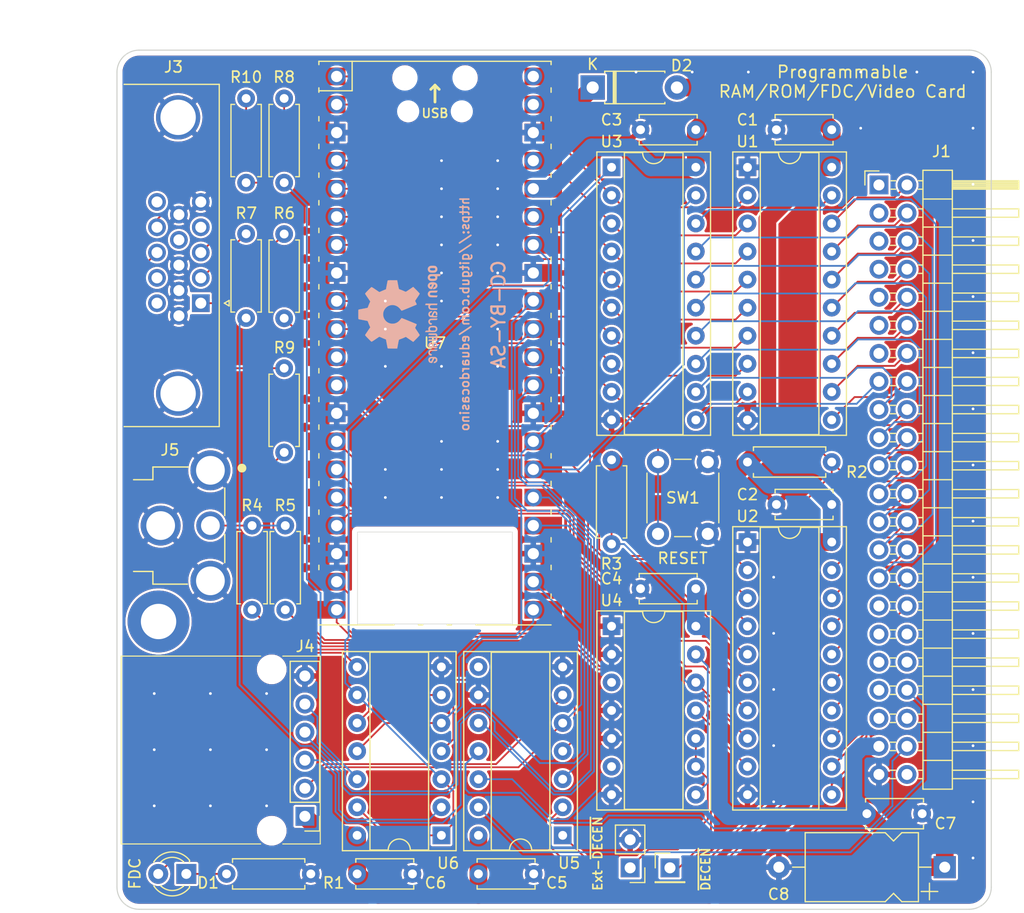
<source format=kicad_pcb>
(kicad_pcb (version 20221018) (generator pcbnew)
  (layers (0 "F.Cu" signal) (31 "B.Cu" signal) (34 "B.Paste" user) (35 "F.Paste" user) (36 "B.SilkS" user "B.Silkscreen") (37 "F.SilkS" user "F.Silkscreen") (38 "B.Mask" user) (39 "F.Mask" user) (44 "Edge.Cuts" user))
  (net 0 "")
  (net 1 "+5V")
  (net 2 "Net-(D2-K)")
  (net 4 "GND")
  (net 11 "/A8")
  (net 12 "/A9")
  (net 13 "/A10")
  (net 14 "/A11")
  (net 15 "/A12")
  (net 16 "/A13")
  (net 17 "/A14")
  (net 18 "/A15")
  (net 22 "/~{R}{slash}W")
  (net 23 "/~{Ø2}")
  (net 24 "/~{CE}")
  (net 30 "/RED")
  (net 31 "+3.3V")
  (net 32 "/AB0")
  (net 33 "/AB1")
  (net 34 "/AB2")
  (net 35 "/AB3")
  (net 36 "/AB4")
  (net 37 "/AB5")
  (net 38 "/AB6")
  (net 39 "/AB7")
  (net 40 "/AB8")
  (net 41 "/AB9")
  (net 42 "/AB10")
  (net 43 "/AB11")
  (net 44 "/AB12")
  (net 45 "/AB13")
  (net 46 "/AB14")
  (net 47 "/AB15")
  (net 48 "/GREEN")
  (net 49 "/DB0")
  (net 50 "/DB1")
  (net 51 "/DB2")
  (net 52 "/DB3")
  (net 53 "/DB4")
  (net 54 "/DB5")
  (net 55 "/DB6")
  (net 56 "/DB7")
  (net 58 "/BLUE")
  (net 63 "Net-(J3-P13)")
  (net 64 "Net-(J3-P14)")
  (net 66 "/COMPOSITE")
  (net 67 "Ext-~{DECEN}")
  (net 68 "/CSn")
  (net 69 "/MOSI")
  (net 70 "Net-(D1-K)")
  (net 71 "/SCK")
  (net 72 "/MISO")
  (net 73 "Net-(R4-Pad2)")
  (net 74 "Net-(R5-Pad2)")
  (net 75 "/R{slash}~{W}")
  (net 76 "/Ø2")
  (net 77 "/VSYNC")
  (net 78 "Net-(D1-A)")
  (net 79 "Net-(R6-Pad2)")
  (net 80 "/AD7")
  (net 81 "/AD6")
  (net 82 "/AD5")
  (net 83 "/AD4")
  (net 84 "/AD3")
  (net 85 "/AD2")
  (net 86 "/AD1")
  (net 87 "/AD0")
  (net 88 "/HSYNC")
  (net 89 "/VIDEO")
  (net 90 "Net-(R7-Pad2)")
  (net 91 "Net-(R8-Pad2)")
  (net 92 "Net-(R9-Pad2)")
  (net 93 "Net-(R10-Pad2)")
  (net 94 "/~{DECEN}")
  (net 95 "Net-(U1-CE)")
  (net 96 "Net-(U7-RUN)")
  (net 103 "Net-(U4-Pad13)")
  (footprint "LED_THT:LED_D3.0mm_Clear" (layer "F.Cu") (at 78.05 142.25 180)
    (fp_text reference "D1")
    (fp_text value "FDC")
  )
  (footprint "Resistor_THT:R_Axial_DIN0207_L6.3mm_D2.5mm_P7.62mm_Horizontal" (layer "F.Cu") (at 89.31 142.25 180)
    (fp_text reference "R1")
    (fp_text value "150R")
  )
  (footprint "SDModule_Library:SD_Module_Small" (layer "F.Cu") (at 88.775 137.04 180)
    (fp_text reference "J4")
    (fp_text value "SD-Module")
  )
  (footprint "PicoW:RPi_PicoW_SMD_TH" (layer "F.Cu") (at 100.54 94.22)
    (fp_text reference "U7")
    (fp_text value "PicoW")
  )
  (footprint "Capacitor_THT:C_Disc_D5.0mm_W2.5mm_P5.00mm" (layer "F.Cu") (at 119.13 74.91)
    (fp_text reference "C3")
    (fp_text value "100nF")
  )
  (footprint "Connector_PinHeader_2.54mm:PinHeader_1x01_P2.54mm_Vertical" (layer "F.Cu") (at 121.79 141.7)
    (fp_text reference "J6" hide)
    (fp_text value "~{DECEN}")
  )
  (footprint "CUI_Devices:CUI_RCJ-014" (layer "F.Cu") (at 74.28 110.73)
    (fp_text reference "J5")
    (fp_text value "VIdeo Out")
  )
  (footprint "Resistor_THT:R_Axial_DIN0207_L6.3mm_D2.5mm_P7.62mm_Horizontal" (layer "F.Cu") (at 116.51 112.4 90)
    (fp_text reference "R3")
    (fp_text value "3K3")
  )
  (footprint "Package_DIP:DIP-14_W7.62mm_Socket" (layer "F.Cu") (at 112.09 138.76 180)
    (fp_text reference "U5")
    (fp_text value "AHC04")
  )
  (footprint "Capacitor_THT:C_Disc_D5.0mm_W2.5mm_P5.00mm" (layer "F.Cu") (at 98.5 142.25 180)
    (fp_text reference "C6")
    (fp_text value "100nF")
  )
  (footprint "Capacitor_THT:C_Disc_D5.0mm_W2.5mm_P5.00mm" (layer "F.Cu") (at 109.47 142.25 180)
    (fp_text reference "C5")
    (fp_text value "100nF")
  )
  (footprint "MountingHole:MountingHole_3.2mm_M3_DIN965_Pad" (layer "F.Cu") (at 75.54 119.41)
    (fp_text reference "REF**" hide)
    (fp_text value "MountingHole_3.2mm_M3_DIN965_Pad")
  )
  (footprint "Capacitor_THT:C_Disc_D5.0mm_W2.5mm_P5.00mm" (layer "F.Cu") (at 119.13 116.44)
    (fp_text reference "C4")
    (fp_text value "100nF")
  )
  (footprint "Button_Switch_THT:SW_PUSH_6mm" (layer "F.Cu") (at 120.71 111.48 90)
    (fp_text reference "SW1")
    (fp_text value "RESET")
  )
  (footprint "Resistor_THT:R_Axial_DIN0207_L6.3mm_D2.5mm_P7.62mm_Horizontal" (layer "F.Cu") (at 83.46 72.08 -90)
    (fp_text reference "R10")
    (fp_text value "47R")
  )
  (footprint "Package_DIP:DIP-20_W7.62mm_Socket" (layer "F.Cu") (at 128.8 112.22)
    (fp_text reference "U2")
    (fp_text value "74LVC245")
  )
  (footprint "Capacitor_THT:C_Disc_D5.0mm_W2.5mm_P5.00mm" (layer "F.Cu") (at 131.42 108.82)
    (fp_text reference "C2")
    (fp_text value "100nF")
  )
  (footprint "Connector_Dsub:DSUB-15-HD_Female_Horizontal_P2.29x1.98mm_EdgePinOffset3.03mm_Housed_MountingHolesOffset4.94mm" (layer "F.Cu") (at 79.36 90.605 -90)
    (fp_text reference "J3")
    (fp_text value "VGA")
  )
  (footprint "Package_DIP:DIP-14_W7.62mm_Socket" (layer "F.Cu") (at 101.12 138.76 180)
    (fp_text reference "U6")
    (fp_text value "AHC04")
  )
  (footprint "Capacitor_THT:C_Disc_D5.0mm_W2.5mm_P5.00mm" (layer "F.Cu") (at 139.6 136.8)
    (fp_text reference "C7")
    (fp_text value "100nF")
  )
  (footprint "Package_DIP:DIP-20_W7.62mm_Socket" (layer "F.Cu") (at 128.8 78.31)
    (fp_text reference "U1")
    (fp_text value "74LVC245")
  )
  (footprint "Package_DIP:DIP-20_W7.62mm_Socket" (layer "F.Cu") (at 116.51 78.31)
    (fp_text reference "U3")
    (fp_text value "74LVC245")
  )
  (footprint "Capacitor_THT:C_Disc_D5.0mm_W2.5mm_P5.00mm" (layer "F.Cu") (at 131.42 74.91)
    (fp_text reference "C1")
    (fp_text value "100nF")
  )
  (footprint "Connector_PinHeader_2.54mm:PinHeader_1x02_P2.54mm_Vertical" (layer "F.Cu") (at 118.19 141.7 180)
    (fp_text reference "J2" hide)
    (fp_text value "Ext-~{DECEN}")
  )
  (footprint "Resistor_THT:R_Axial_DIN0207_L6.3mm_D2.5mm_P7.62mm_Horizontal" (layer "F.Cu") (at 86.9 72.08 -90)
    (fp_text reference "R8")
    (fp_text value "270R")
  )
  (footprint "Diode_THT:D_DO-41_SOD81_P7.62mm_Horizontal" (layer "F.Cu") (at 114.8 71.09)
    (fp_text reference "D2")
    (fp_text value "1N5817-T")
  )
  (footprint "Resistor_THT:R_Axial_DIN0207_L6.3mm_D2.5mm_P7.62mm_Horizontal" (layer "F.Cu") (at 84 110.73 -90)
    (fp_text reference "R4")
    (fp_text value "270R")
  )
  (footprint "Resistor_THT:R_Axial_DIN0207_L6.3mm_D2.5mm_P7.62mm_Horizontal" (layer "F.Cu") (at 83.46 84.33 -90)
    (fp_text reference "R7")
    (fp_text value "270R")
  )
  (footprint "Resistor_THT:R_Axial_DIN0207_L6.3mm_D2.5mm_P7.62mm_Horizontal" (layer "F.Cu") (at 128.8 104.98)
    (fp_text reference "R2")
    (fp_text value "3K3")
  )
  (footprint "PAL2:PinHeader_2x22_P2.54mm_Horizontal" (layer "F.Cu") (at 140.69 79.91)
    (fp_text reference "J1")
    (fp_text value "EDGE_CONN")
  )
  (footprint "Package_DIP:DIP-14_W7.62mm_Socket" (layer "F.Cu") (at 116.51 119.84)
    (fp_text reference "U4")
    (fp_text value "HCT00")
  )
  (footprint "Capacitor_THT:CP_Axial_L10.0mm_D6.0mm_P15.00mm_Horizontal" (layer "F.Cu") (at 146.64 141.64 180)
    (fp_text reference "C8")
    (fp_text value "100uF")
  )
  (footprint "Resistor_THT:R_Axial_DIN0207_L6.3mm_D2.5mm_P7.62mm_Horizontal" (layer "F.Cu") (at 87 110.73 -90)
    (fp_text reference "R5")
    (fp_text value "470R")
  )
  (footprint "Resistor_THT:R_Axial_DIN0207_L6.3mm_D2.5mm_P7.62mm_Horizontal" (layer "F.Cu") (at 86.9 84.35 -90)
    (fp_text reference "R6")
    (fp_text value "270R")
  )
  (footprint "Resistor_THT:R_Axial_DIN0207_L6.3mm_D2.5mm_P7.62mm_Horizontal" (layer "F.Cu") (at 86.9 96.49 -90)
    (fp_text reference "R9")
    (fp_text value "47R")
  )
  (footprint "Symbol:OSHW-Logo2_9.8x8mm_SilkScreen" (layer "B.Cu") (at 97.32 91.62 -90)
    (fp_text reference "REF**" hide)
    (fp_text value "OSHW-Logo2_9.8x8mm_SilkScreen" hide)
  )
  (gr_arc (start 73.78 145.45) (mid 72.365786 144.864214) (end 71.78 143.45) (stroke (width 0.1)) (layer "Edge.Cuts"))
  (gr_arc (start 150.85 143.45) (mid 150.264214 144.864214) (end 148.85 145.45) (stroke (width 0.1)) (layer "Edge.Cuts"))
  (gr_line (start 73.78 145.45) (end 148.85 145.45) (stroke (width 0.1)) (layer "Edge.Cuts"))
  (gr_line (start 150.85 143.45) (end 150.85 69.71) (stroke (width 0.1)) (layer "Edge.Cuts"))
  (gr_arc (start 148.85 67.71) (mid 150.264214 68.295786) (end 150.85 69.71) (stroke (width 0.1)) (layer "Edge.Cuts"))
  (gr_arc (start 71.78 69.71) (mid 72.365786 68.295786) (end 73.78 67.71) (stroke (width 0.1)) (layer "Edge.Cuts"))
  (gr_line (start 148.85 67.71) (end 73.78 67.71) (stroke (width 0.1)) (layer "Edge.Cuts"))
  (gr_line (start 71.78 69.71) (end 71.78 143.45) (stroke (width 0.1)) (layer "Edge.Cuts"))
  (gr_rect (start 93.535 111.31) (end 107.535 119.63) (stroke (width 0.05)) (fill none) (layer "Edge.Cuts"))
  (gr_text "https://gitgub.com/eduardocasino" (at 103.7 91.59 90) (layer "B.SilkS") (effects (font (size 0.8 0.8) (thickness 0.15) bold) (justify bottom mirror)))
  (gr_text "CC-BY-SA" (at 106.99 91.62 90) (layer "B.SilkS") (effects (font (size 1.2 1.2) (thickness 0.2) bold) (justify bottom mirror)))
  (gr_text "Programmable\nRAM/ROM/FDC/Video Card" (at 137.41 72.1) (layer "F.SilkS") (effects (font (size 1.1 1.1)) (justify bottom)))
  (segment (start 122.42 71.09) (end 140.65 71.09) (width 1.6) (layer "F.Cu") (net 1))
  (segment (start 146.64 141.64) (end 144.44 141.64) (width 1.6) (layer "F.Cu") (net 1))
  (segment (start 144.44 141.64) (end 139.6 136.8) (width 1.6) (layer "F.Cu") (net 1))
  (segment (start 140.65 71.09) (end 146.64 77.08) (width 1.6) (layer "F.Cu") (net 1))
  (segment (start 146.64 77.08) (end 146.64 141.64) (width 1.6) (layer "F.Cu") (net 1))
  (segment (start 139.6 136.8) (end 139.38 137.02) (width 1.6) (layer "B.Cu") (net 1))
  (segment (start 138.38 131.48) (end 139.15 130.71) (width 1.6) (layer "B.Cu") (net 1))
  (segment (start 127.1 137.02) (end 126.217 136.137) (width 1.6) (layer "B.Cu") (net 1))
  (segment (start 139.15 130.71) (end 140.69 130.71) (width 1.6) (layer "B.Cu") (net 1))
  (segment (start 126.217 136.137) (end 126.217 120.79563) (width 1.6) (layer "B.Cu") (net 1))
  (segment (start 138.38 135.58) (end 138.38 131.48) (width 1.6) (layer "B.Cu") (net 1))
  (segment (start 126.217 120.79563) (end 125.26137 119.84) (width 1.6) (layer "B.Cu") (net 1))
  (segment (start 125.26137 119.84) (end 124.13 119.84) (width 1.6) (layer "B.Cu") (net 1))
  (segment (start 139.38 137.02) (end 127.1 137.02) (width 1.6) (layer "B.Cu") (net 1))
  (segment (start 139.6 136.8) (end 138.38 135.58) (width 1.6) (layer "B.Cu") (net 1))
  (segment (start 124.13 116.44) (end 124.13 119.84) (width 1.6) (layer "B.Cu") (net 1))
  (segment (start 113.26 72.63) (end 114.8 71.09) (width 1.6) (layer "F.Cu") (net 2))
  (segment (start 109.43 72.63) (end 113.26 72.63) (width 1.6) (layer "F.Cu") (net 2))
  (via (at 131.17 120.48) (size 0.6) (drill 0.25) (layers "F.Cu" "B.Cu") (net 4))
  (via (at 149.2 95.09) (size 0.6) (drill 0.25) (layers "F.Cu" "B.Cu") (net 4))
  (via (at 149.2 84.93) (size 0.6) (drill 0.25) (layers "F.Cu" "B.Cu") (net 4))
  (via (at 131.17 130.64) (size 0.6) (drill 0.25) (layers "F.Cu" "B.Cu") (net 4))
  (via (at 96.05 92.95) (size 0.6) (drill 0.25) (layers "F.Cu" "B.Cu") (net 4))
  (via (at 149.2 140.81) (size 0.6) (drill 0.25) (layers "F.Cu" "B.Cu") (net 4))
  (via (at 96.05 108.19) (size 0.6) (drill 0.25) (layers "F.Cu" "B.Cu") (net 4))
  (via (at 149.2 69.69) (size 0.6) (drill 0.25) (layers "F.Cu" "B.Cu") (net 4))
  (via (at 96.05 105.65) (size 0.6) (drill 0.25) (layers "F.Cu" "B.Cu") (net 4))
  (via (at 80.23 131.01) (size 0.6) (drill 0.25) (layers "F.Cu" "B.Cu") (net 4))
  (via (at 149.2 90.01) (size 0.6) (drill 0.25) (layers "F.Cu" "B.Cu") (net 4))
  (via (at 149.2 115.41) (size 0.6) (drill 0.25) (layers "F.Cu" "B.Cu") (net 4))
  (via (at 106.21 80.25) (size 0.6) (drill 0.25) (layers "F.Cu" "B.Cu") (net 4))
  (via (at 149.2 120.49) (size 0.6) (drill 0.25) (layers "F.Cu" "B.Cu") (net 4))
  (via (at 85.31 131.01) (size 0.6) (drill 0.25) (layers "F.Cu" "B.Cu") (net 4))
  (via (at 106.21 87.87) (size 0.6) (drill 0.25) (layers "F.Cu" "B.Cu") (net 4))
  (via (at 149.2 100.17) (size 0.6) (drill 0.25) (layers "F.Cu" "B.Cu") (net 4))
  (via (at 101.13 87.87) (size 0.6) (drill 0.25) (layers "F.Cu" "B.Cu") (net 4))
  (via (at 80.23 125.93) (size 0.6) (drill 0.25) (layers "F.Cu" "B.Cu") (net 4))
  (via (at 144.12 69.69) (size 0.6) (drill 0.25) (layers "F.Cu" "B.Cu") (net 4))
  (via (at 149.2 74.77) (size 0.6) (drill 0.25) (layers "F.Cu" "B.Cu") (net 4))
  (via (at 101.13 108.19) (size 0.6) (drill 0.25) (layers "F.Cu" "B.Cu") (net 4))
  (via (at 75.15 131.01) (size 0.6) (drill 0.25) (layers "F.Cu" "B.Cu") (net 4))
  (via (at 118.72 69.69) (size 0.6) (drill 0.25) (layers "F.Cu" "B.Cu") (net 4))
  (via (at 101.13 82.79) (size 0.6) (drill 0.25) (layers "F.Cu" "B.Cu") (net 4))
  (via (at 85.31 125.93) (size 0.6) (drill 0.25) (layers "F.Cu" "B.Cu") (net 4))
  (via (at 149.2 105.25) (size 0.6) (drill 0.25) (layers "F.Cu" "B.Cu") (net 4))
  (via (at 101.13 96.32) (size 0.6) (drill 0.25) (layers "F.Cu" "B.Cu") (net 4))
  (via (at 149.2 79.85) (size 0.6) (drill 0.25) (layers "F.Cu" "B.Cu") (net 4))
  (via (at 106.21 105.65) (size 0.6) (drill 0.25) (layers "F.Cu" "B.Cu") (net 4))
  (via (at 106.21 96.32) (size 0.6) (drill 0.25) (layers "F.Cu" "B.Cu") (net 4))
  (via (at 133.96 69.69) (size 0.6) (drill 0.25) (layers "F.Cu" "B.Cu") (net 4))
  (via (at 101.13 90.41) (size 0.6) (drill 0.25) (layers "F.Cu" "B.Cu") (net 4))
  (via (at 106.21 103.11) (size 0.6) (drill 0.25) (layers "F.Cu" "B.Cu") (net 4))
  (via (at 101.13 103.11) (size 0.6) (drill 0.25) (layers "F.Cu" "B.Cu") (net 4))
  (via (at 85.31 136.09) (size 0.6) (drill 0.25) (layers "F.Cu" "B.Cu") (net 4))
  (via (at 131.17 125.56) (size 0.6) (drill 0.25) (layers "F.Cu" "B.Cu") (net 4))
  (via (at 106.21 77.71) (size 0.6) (drill 0.25) (layers "F.Cu" "B.Cu") (net 4))
  (via (at 106.21 85.33) (size 0.6) (drill 0.25) (layers "F.Cu" "B.Cu") (net 4))
  (via (at 149.2 110.33) (size 0.6) (drill 0.25) (layers "F.Cu" "B.Cu") (net 4))
  (via (at 101.13 85.33) (size 0.6) (drill 0.25) (layers "F.Cu" "B.Cu") (net 4))
  (via (at 149.2 130.65) (size 0.6) (drill 0.25) (layers "F.Cu" "B.Cu") (net 4))
  (via (at 96.05 90.41) (size 0.6) (drill 0.25) (layers "F.Cu" "B.Cu") (net 4))
  (via (at 139.04 69.69) (size 0.6) (drill 0.25) (layers "F.Cu" "B.Cu") (net 4))
  (via (at 139.04 74.77) (size 0.6) (drill 0.25) (layers "F.Cu" "B.Cu") (net 4))
  (via (at 101.13 105.65) (size 0.6) (drill 0.25) (layers "F.Cu" "B.Cu") (net 4))
  (via (at 101.13 77.71) (size 0.6) (drill 0.25) (layers "F.Cu" "B.Cu") (net 4))
  (via (at 128.88 69.69) (size 0.6) (drill 0.25) (layers "F.Cu" "B.Cu") (net 4))
  (via (at 149.2 135.73) (size 0.6) (drill 0.25) (layers "F.Cu" "B.Cu") (net 4))
  (via (at 149.2 125.57) (size 0.6) (drill 0.25) (layers "F.Cu" "B.Cu") (net 4))
  (via (at 75.15 136.09) (size 0.6) (drill 0.25) (layers "F.Cu" "B.Cu") (net 4))
  (via (at 123.8 69.69) (size 0.6) (drill 0.25) (layers "F.Cu" "B.Cu") (net 4))
  (via (at 106.21 108.19) (size 0.6) (drill 0.25) (layers "F.Cu" "B.Cu") (net 4))
  (via (at 106.21 82.79) (size 0.6) (drill 0.25) (layers "F.Cu" "B.Cu") (net 4))
  (via (at 80.23 136.09) (size 0.6) (drill 0.25) (layers "F.Cu" "B.Cu") (net 4))
  (via (at 131.17 115.4) (size 0.6) (drill 0.25) (layers "F.Cu" "B.Cu") (net 4))
  (via (at 75.15 125.93) (size 0.6) (drill 0.25) (layers "F.Cu" "B.Cu") (net 4))
  (via (at 131.17 135.72) (size 0.6) (drill 0.25) (layers "F.Cu" "B.Cu") (net 4))
  (via (at 106.21 92.95) (size 0.6) (drill 0.25) (layers "F.Cu" "B.Cu") (net 4))
  (via (at 101.13 80.25) (size 0.6) (drill 0.25) (layers "F.Cu" "B.Cu") (net 4))
  (via (at 96.05 96.32) (size 0.6) (drill 0.25) (layers "F.Cu" "B.Cu") (net 4))
  (segment (start 97.89 101.73) (end 91.65 95.49) (width 0.16) (layer "F.Cu") (net 11))
  (segment (start 114.56 104.326) (end 111.964 101.73) (width 0.16) (layer "F.Cu") (net 11))
  (segment (start 111.964 101.73) (end 97.89 101.73) (width 0.16) (layer "F.Cu") (net 11))
  (segment (start 126.8 112.76) (end 120.179806 112.76) (width 0.16) (layer "F.Cu") (net 11))
  (segment (start 114.56 107.140194) (end 114.56 104.326) (width 0.16) (layer "F.Cu") (net 11))
  (segment (start 128.8 114.76) (end 126.8 112.76) (width 0.16) (layer "F.Cu") (net 11))
  (segment (start 120.179806 112.76) (end 114.56 107.140194) (width 0.16) (layer "F.Cu") (net 11))
  (segment (start 114.26 107.246074) (end 114.26 106.566) (width 0.16) (layer "F.Cu") (net 12))
  (segment (start 98 104.38) (end 91.65 98.03) (width 0.16) (layer "F.Cu") (net 12))
  (segment (start 128.8 117.3) (end 124.547 113.047) (width 0.16) (layer "F.Cu") (net 12))
  (segment (start 112.074 104.38) (end 98 104.38) (width 0.16) (layer "F.Cu") (net 12))
  (segment (start 114.26 106.566) (end 112.074 104.38) (width 0.16) (layer "F.Cu") (net 12))
  (segment (start 120.060926 113.047) (end 114.26 107.246074) (width 0.16) (layer "F.Cu") (net 12))
  (segment (start 124.547 113.047) (end 120.060926 113.047) (width 0.16) (layer "F.Cu") (net 12))
  (segment (start 122.697351 113.48) (end 116.01 113.48) (width 0.16) (layer "F.Cu") (net 13))
  (segment (start 95.363 106.823) (end 91.65 103.11) (width 0.16) (layer "F.Cu") (net 13))
  (segment (start 115.39 112.86) (end 115.39 109.930121) (width 0.16) (layer "F.Cu") (net 13))
  (segment (start 115.39 109.930121) (end 112.282879 106.823) (width 0.16) (layer "F.Cu") (net 13))
  (segment (start 128.8 119.582649) (end 122.697351 113.48) (width 0.16) (layer "F.Cu") (net 13))
  (segment (start 128.8 119.84) (end 128.8 119.582649) (width 0.16) (layer "F.Cu") (net 13))
  (segment (start 112.282879 106.823) (end 95.363 106.823) (width 0.16) (layer "F.Cu") (net 13))
  (segment (start 116.01 113.48) (end 115.39 112.86) (width 0.16) (layer "F.Cu") (net 13))
  (segment (start 128.542649 122.38) (end 119.929649 113.767) (width 0.16) (layer "F.Cu") (net 14))
  (segment (start 119.929649 113.767) (end 115.877 113.767) (width 0.16) (layer "F.Cu") (net 14))
  (segment (start 114.387 112.277) (end 114.387 109.333) (width 0.16) (layer "F.Cu") (net 14))
  (segment (start 93.11 107.11) (end 91.65 105.65) (width 0.16) (layer "F.Cu") (net 14))
  (segment (start 115.877 113.767) (end 114.387 112.277) (width 0.16) (layer "F.Cu") (net 14))
  (segment (start 128.8 122.38) (end 128.542649 122.38) (width 0.16) (layer "F.Cu") (net 14))
  (segment (start 114.387 109.333) (end 112.164 107.11) (width 0.16) (layer "F.Cu") (net 14))
  (segment (start 112.164 107.11) (end 93.11 107.11) (width 0.16) (layer "F.Cu") (net 14))
  (segment (start 112.563 109.363) (end 113.08 109.88) (width 0.16) (layer "F.Cu") (net 15))
  (segment (start 125.04 121.16) (end 128.8 124.92) (width 0.16) (layer "F.Cu") (net 15))
  (segment (start 121.3 121.16) (end 125.04 121.16) (width 0.16) (layer "F.Cu") (net 15))
  (segment (start 113.08 112.94) (end 121.3 121.16) (width 0.16) (layer "F.Cu") (net 15))
  (segment (start 113.08 109.88) (end 113.08 112.94) (width 0.16) (layer "F.Cu") (net 15))
  (segment (start 92.823 109.363) (end 112.563 109.363) (width 0.16) (layer "F.Cu") (net 15))
  (segment (start 91.65 108.19) (end 92.823 109.363) (width 0.16) (layer "F.Cu") (net 15))
  (segment (start 92.73 109.65) (end 91.65 110.73) (width 0.16) (layer "F.Cu") (net 16))
  (segment (start 112.44 109.65) (end 92.73 109.65) (width 0.16) (layer "F.Cu") (net 16))
  (segment (start 112.76 113.03) (end 112.76 109.97) (width 0.16) (layer "F.Cu") (net 16))
  (segment (start 123.21 123.48) (end 112.76 113.03) (width 0.16) (layer "F.Cu") (net 16))
  (segment (start 128.8 127.46) (end 124.82 123.48) (width 0.16) (layer "F.Cu") (net 16))
  (segment (start 112.76 109.97) (end 112.44 109.65) (width 0.16) (layer "F.Cu") (net 16))
  (segment (start 124.82 123.48) (end 123.21 123.48) (width 0.16) (layer "F.Cu") (net 16))
  (segment (start 116.98323 123.46) (end 115.42 123.46) (width 0.16) (layer "F.Cu") (net 17))
  (segment (start 128.8 130) (end 124.8 126) (width 0.16) (layer "F.Cu") (net 17))
  (segment (start 92.73 116.89) (end 91.65 115.81) (width 0.16) (layer "F.Cu") (net 17))
  (segment (start 92.73 120.15) (end 92.73 116.89) (width 0.16) (layer "F.Cu") (net 17))
  (segment (start 112.46 120.5) (end 93.08 120.5) (width 0.16) (layer "F.Cu") (net 17))
  (segment (start 115.42 123.46) (end 112.46 120.5) (width 0.16) (layer "F.Cu") (net 17))
  (segment (start 93.08 120.5) (end 92.73 120.15) (width 0.16) (layer "F.Cu") (net 17))
  (segment (start 119.523231 126) (end 116.98323 123.46) (width 0.16) (layer "F.Cu") (net 17))
  (segment (start 124.8 126) (end 119.523231 126) (width 0.16) (layer "F.Cu") (net 17))
  (segment (start 126.36 130.1) (end 126.36 128.08) (width 0.16) (layer "F.Cu") (net 18))
  (segment (start 91.65 119.48137) (end 91.65 118.35) (width 0.16) (layer "F.Cu") (net 18))
  (segment (start 116.864351 123.747) (end 115.297 123.747) (width 0.16) (layer "F.Cu") (net 18))
  (segment (start 124.6 126.32) (end 119.437351 126.32) (width 0.16) (layer "F.Cu") (net 18))
  (segment (start 112.34 120.79) (end 92.95863 120.79) (width 0.16) (layer "F.Cu") (net 18))
  (segment (start 126.36 128.08) (end 124.6 126.32) (width 0.16) (layer "F.Cu") (net 18))
  (segment (start 128.8 132.54) (end 126.36 130.1) (width 0.16) (layer "F.Cu") (net 18))
  (segment (start 92.95863 120.79) (end 91.65 119.48137) (width 0.16) (layer "F.Cu") (net 18))
  (segment (start 119.437351 126.32) (end 116.864351 123.747) (width 0.16) (layer "F.Cu") (net 18))
  (segment (start 115.297 123.747) (end 112.34 120.79) (width 0.16) (layer "F.Cu") (net 18))
  (segment (start 108.54 140.29) (end 104.47 136.22) (width 0.16) (layer "B.Cu") (net 22))
  (segment (start 144.737 133.668879) (end 138.115879 140.29) (width 0.16) (layer "B.Cu") (net 22))
  (segment (start 144.737 127.137) (end 144.737 133.668879) (width 0.16) (layer "B.Cu") (net 22))
  (segment (start 138.115879 140.29) (end 108.54 140.29) (width 0.16) (layer "B.Cu") (net 22))
  (segment (start 143.23 125.63) (end 144.737 127.137) (width 0.16) (layer "B.Cu") (net 22))
  (segment (start 115.57 137.62) (end 111 137.62) (width 0.16) (layer "B.Cu") (net 23))
  (segment (start 103.3 134.58) (end 103.3 132.31) (width 0.16) (layer "B.Cu") (net 23))
  (segment (start 111 137.62) (end 108.29 134.91) (width 0.16) (layer "B.Cu") (net 23))
  (segment (start 116.22 136.97) (end 115.57 137.62) (width 0.16) (layer "B.Cu") (net 23))
  (segment (start 124.59 136.97) (end 116.22 136.97) (width 0.16) (layer "B.Cu") (net 23))
  (segment (start 103.63 134.91) (end 103.3 134.58) (width 0.16) (layer "B.Cu") (net 23))
  (segment (start 139.88 138.12) (end 125.74 138.12) (width 0.16) (layer "B.Cu") (net 23))
  (segment (start 141.91 132.03) (end 141.91 136.09) (width 0.16) (layer "B.Cu") (net 23))
  (segment (start 141.91 136.09) (end 139.88 138.12) (width 0.16) (layer "B.Cu") (net 23))
  (segment (start 108.29 134.91) (end 103.63 134.91) (width 0.16) (layer "B.Cu") (net 23))
  (segment (start 103.3 132.31) (end 104.47 131.14) (width 0.16) (layer "B.Cu") (net 23))
  (segment (start 143.23 130.71) (end 141.91 132.03) (width 0.16) (layer "B.Cu") (net 23))
  (segment (start 125.74 138.12) (end 124.59 136.97) (width 0.16) (layer "B.Cu") (net 23))
  (segment (start 116.18 142.85) (end 123.37 142.85) (width 0.16) (layer "F.Cu") (net 24))
  (segment (start 112.09 138.76) (end 116.18 142.85) (width 0.16) (layer "F.Cu") (net 24))
  (segment (start 127.94 128.73) (end 124.13 124.92) (width 0.16) (layer "F.Cu") (net 24))
  (segment (start 123.37 142.85) (end 130.45 135.77) (width 0.16) (layer "F.Cu") (net 24))
  (segment (start 116.51 109.91) (end 112.25 105.65) (width 0.16) (layer "F.Cu") (net 24))
  (segment (start 116.51 112.4) (end 116.51 109.91) (width 0.16) (layer "F.Cu") (net 24))
  (segment (start 130.45 135.77) (end 130.45 129.99) (width 0.16) (layer "F.Cu") (net 24))
  (segment (start 112.25 105.65) (end 109.43 105.65) (width 0.16) (layer "F.Cu") (net 24))
  (segment (start 129.19 128.73) (end 127.94 128.73) (width 0.16) (layer "F.Cu") (net 24))
  (segment (start 130.45 129.99) (end 129.19 128.73) (width 0.16) (layer "F.Cu") (net 24))
  (segment (start 123.05 124.63) (end 123.34 124.92) (width 0.16) (layer "B.Cu") (net 24))
  (segment (start 123.05 96.157351) (end 113.557351 105.65) (width 0.16) (layer "B.Cu") (net 24))
  (segment (start 113.557351 105.65) (end 109.43 105.65) (width 0.16) (layer "B.Cu") (net 24))
  (segment (start 123.05 117.80863) (end 123.05 124.63) (width 0.16) (layer "B.Cu") (net 24))
  (segment (start 116.51 112.4) (end 117.64137 112.4) (width 0.16) (layer "B.Cu") (net 24))
  (segment (start 123.34 124.92) (end 124.13 124.92) (width 0.16) (layer "B.Cu") (net 24))
  (segment (start 123.05 81.93) (end 123.05 96.157351) (width 0.16) (layer "B.Cu") (net 24))
  (segment (start 117.64137 112.4) (end 123.05 117.80863) (width 0.16) (layer "B.Cu") (net 24))
  (segment (start 124.13 80.85) (end 123.05 81.93) (width 0.16) (layer "B.Cu") (net 24))
  (segment (start 80.645 90.605) (end 86.9 84.35) (width 0.16) (layer "F.Cu") (net 30))
  (segment (start 79.46 90.605) (end 80.645 90.605) (width 0.16) (layer "F.Cu") (net 30))
  (segment (start 128.8 104.98) (end 126.8 106.98) (width 1.6) (layer "F.Cu") (net 31))
  (segment (start 124.13 74.91) (end 124.13 78.31) (width 1.6) (layer "F.Cu") (net 31))
  (segment (start 104.47 142.25) (end 104.47 138.76) (width 1.6) (layer "F.Cu") (net 31))
  (segment (start 104.47 144.15) (end 125.338478 144.15) (width 1.6) (layer "F.Cu") (net 31))
  (segment (start 126.8 106.98) (end 118.71 106.98) (width 1.6) (layer "F.Cu") (net 31))
  (segment (start 130.6 103.18) (end 128.8 104.98) (width 1.6) (layer "F.Cu") (net 31))
  (segment (start 104.47 142.25) (end 104.47 144.15) (width 1.6) (layer "F.Cu") (net 31))
  (segment (start 136.42 108.82) (end 136.333 108.907) (width 1.6) (layer "F.Cu") (net 31))
  (segment (start 136.42 78.31) (end 135.28863 78.31) (width 1.6) (layer "F.Cu") (net 31))
  (segment (start 130.6 82.99863) (end 130.6 103.18) (width 1.6) (layer "F.Cu") (net 31))
  (segment (start 93.5 142.25) (end 93.5 138.76) (width 1.6) (layer "F.Cu") (net 31))
  (segment (start 125.93 73.11) (end 134.62 73.11) (width 1.6) (layer "F.Cu") (net 31))
  (segment (start 118.71 106.98) (end 116.51 104.78) (width 1.6) (layer "F.Cu") (net 31))
  (segment (start 136.42 74.91) (end 136.42 78.31) (width 1.6) (layer "F.Cu") (net 31))
  (segment (start 93.5 138.76) (end 90.495 138.76) (width 1.6) (layer "F.Cu") (net 31))
  (segment (start 125.338478 144.15) (end 133.73 135.758478) (width 1.6) (layer "F.Cu") (net 31))
  (segment (start 136.333 112.133) (end 136.42 112.22) (width 1.6) (layer "F.Cu") (net 31))
  (segment (start 135.28863 112.22) (end 136.42 112.22) (width 1.6) (layer "F.Cu") (net 31))
  (segment (start 124.13 74.91) (end 125.93 73.11) (width 1.6) (layer "F.Cu") (net 31))
  (segment (start 135.28863 78.31) (end 130.6 82.99863) (width 1.6) (layer "F.Cu") (net 31))
  (segment (start 93.5 142.25) (end 95.4 144.15) (width 1.6) (layer "F.Cu") (net 31))
  (segment (start 90.495 138.76) (end 88.775 137.04) (width 1.6) (layer "F.Cu") (net 31))
  (segment (start 133.73 135.758478) (end 133.73 113.77863) (width 1.6) (layer "F.Cu") (net 31))
  (segment (start 134.62 73.11) (end 136.42 74.91) (width 1.6) (layer "F.Cu") (net 31))
  (segment (start 133.73 113.77863) (end 135.28863 112.22) (width 1.6) (layer "F.Cu") (net 31))
  (segment (start 95.4 144.15) (end 104.47 144.15) (width 1.6) (layer "F.Cu") (net 31))
  (segment (start 114.71 76.51) (end 118.27 76.51) (width 1.6) (layer "B.Cu") (net 31))
  (segment (start 109.43 80.25) (end 110.97 80.25) (width 1.6) (layer "B.Cu") (net 31))
  (segment (start 120.07 78.31) (end 124.13 78.31) (width 1.6) (layer "B.Cu") (net 31))
  (segment (start 128.8 105.03) (end 130.79 107.02) (width 1.6) (layer "B.Cu") (net 31))
  (segment (start 118.27 76.51) (end 120.07 78.31) (width 1.6) (layer "B.Cu") (net 31))
  (segment (start 128.8 104.98) (end 128.8 105.03) (width 1.6) (layer "B.Cu") (net 31))
  (segment (start 134.62 107.02) (end 136.42 108.82) (width 1.6) (layer "B.Cu") (net 31))
  (segment (start 130.79 107.02) (end 134.62 107.02) (width 1.6) (layer "B.Cu") (net 31))
  (segment (start 110.97 80.25) (end 114.71 76.51) (width 1.6) (layer "B.Cu") (net 31))
  (segment (start 136.42 108.82) (end 136.42 112.22) (width 1.6) (layer "B.Cu") (net 31))
  (segment (start 136.42 83.39) (end 138.77 81.04) (width 0.16) (layer "F.Cu") (net 32))
  (segment (start 138.77 81.04) (end 142.1 81.04) (width 0.16) (layer "F.Cu") (net 32))
  (segment (start 142.1 81.04) (end 143.23 79.91) (width 0.16) (layer "F.Cu") (net 32))
  (segment (start 136.42 85.93) (end 138.77 83.58) (width 0.16) (layer "F.Cu") (net 33))
  (segment (start 142.1 83.58) (end 143.23 82.45) (width 0.16) (layer "F.Cu") (net 33))
  (segment (start 138.77 83.58) (end 142.1 83.58) (width 0.16) (layer "F.Cu") (net 33))
  (segment (start 142.1 86.12) (end 143.23 84.99) (width 0.16) (layer "F.Cu") (net 34))
  (segment (start 138.77 86.12) (end 142.1 86.12) (width 0.16) (layer "F.Cu") (net 34))
  (segment (start 136.42 88.47) (end 138.77 86.12) (width 0.16) (layer "F.Cu") (net 34))
  (segment (start 136.42 91.01) (end 138.77 88.66) (width 0.16) (layer "F.Cu") (net 35))
  (segment (start 138.77 88.66) (end 142.1 88.66) (width 0.16) (layer "F.Cu") (net 35))
  (segment (start 142.1 88.66) (end 143.23 87.53) (width 0.16) (layer "F.Cu") (net 35))
  (segment (start 136.42 93.55) (end 138.49 91.48) (width 0.16) (layer "F.Cu") (net 36))
  (segment (start 138.49 91.48) (end 141.82 91.48) (width 0.16) (layer "F.Cu") (net 36))
  (segment (start 141.82 91.48) (end 143.23 90.07) (width 0.16) (layer "F.Cu") (net 36))
  (segment (start 142.1 93.74) (end 143.23 92.61) (width 0.16) (layer "F.Cu") (net 37))
  (segment (start 138.77 93.74) (end 142.1 93.74) (width 0.16) (layer "F.Cu") (net 37))
  (segment (start 136.42 96.09) (end 138.77 93.74) (width 0.16) (layer "F.Cu") (net 37))
  (segment (start 142.1 96.28) (end 138.77 96.28) (width 0.16) (layer "F.Cu") (net 38))
  (segment (start 138.77 96.28) (end 136.42 98.63) (width 0.16) (layer "F.Cu") (net 38))
  (segment (start 143.23 95.15) (end 142.1 96.28) (width 0.16) (layer "F.Cu") (net 38))
  (segment (start 143.23 97.69) (end 141.82 99.1) (width 0.16) (layer "F.Cu") (net 39))
  (segment (start 138.49 99.1) (end 136.42 101.17) (width 0.16) (layer "F.Cu") (net 39))
  (segment (start 141.82 99.1) (end 138.49 99.1) (width 0.16) (layer "F.Cu") (net 39))
  (segment (start 137.79 115.93) (end 136.42 117.3) (width 0.16) (layer "F.Cu") (net 40))
  (segment (start 140.221938 101.64) (end 137.79 104.071938) (width 0.16) (layer "F.Cu") (net 40))
  (segment (start 141.82 101.64) (end 140.221938 101.64) (width 0.16) (layer "F.Cu") (net 40))
  (segment (start 143.23 100.23) (end 141.82 101.64) (width 0.16) (layer "F.Cu") (net 40))
  (segment (start 137.79 104.071938) (end 137.79 115.93) (width 0.16) (layer "F.Cu") (net 40))
  (segment (start 140.221938 104.18) (end 138.08 106.321938) (width 0.16) (layer "F.Cu") (net 41))
  (segment (start 143.23 102.77) (end 141.82 104.18) (width 0.16) (layer "F.Cu") (net 41))
  (segment (start 141.82 104.18) (end 140.221938 104.18) (width 0.16) (layer "F.Cu") (net 41))
  (segment (start 138.08 106.321938) (end 138.08 118.18) (width 0.16) (layer "F.Cu") (net 41))
  (segment (start 138.08 118.18) (end 136.42 119.84) (width 0.16) (layer "F.Cu") (net 41))
  (segment (start 138.37 120.43) (end 136.42 122.38) (width 0.16) (layer "F.Cu") (net 42))
  (segment (start 140.221938 106.72) (end 138.37 108.571938) (width 0.16) (layer "F.Cu") (net 42))
  (segment (start 141.82 106.72) (end 140.221938 106.72) (width 0.16) (layer "F.Cu") (net 42))
  (segment (start 143.23 105.31) (end 141.82 106.72) (width 0.16) (layer "F.Cu") (net 42))
  (segment (start 138.37 108.571938) (end 138.37 120.43) (width 0.16) (layer "F.Cu") (net 42))
  (segment (start 138.66 122.68) (end 136.42 124.92) (width 0.16) (layer "F.Cu") (net 43))
  (segment (start 138.66 110.821938) (end 138.66 122.68) (width 0.16) (layer "F.Cu") (net 43))
  (segment (start 141.82 109.26) (end 140.221938 109.26) (width 0.16) (layer "F.Cu") (net 43))
  (segment (start 143.23 107.85) (end 141.82 109.26) (width 0.16) (layer "F.Cu") (net 43))
  (segment (start 140.221938 109.26) (end 138.66 110.821938) (width 0.16) (layer "F.Cu") (net 43))
  (segment (start 141.82 111.8) (end 140.221938 111.8) (width 0.16) (layer "F.Cu") (net 44))
  (segment (start 143.23 110.39) (end 141.82 111.8) (width 0.16) (layer "F.Cu") (net 44))
  (segment (start 138.95 124.93) (end 136.42 127.46) (width 0.16) (layer "F.Cu") (net 44))
  (segment (start 140.221938 111.8) (end 138.95 113.071938) (width 0.16) (layer "F.Cu") (net 44))
  (segment (start 138.95 113.071938) (end 138.95 124.93) (width 0.16) (layer "F.Cu") (net 44))
  (segment (start 140.501938 114.06) (end 142.1 114.06) (width 0.16) (layer "F.Cu") (net 45))
  (segment (start 139.24 127.18) (end 139.24 115.321938) (width 0.16) (layer "F.Cu") (net 45))
  (segment (start 142.1 114.06) (end 143.23 112.93) (width 0.16) (layer "F.Cu") (net 45))
  (segment (start 136.42 130) (end 139.24 127.18) (width 0.16) (layer "F.Cu") (net 45))
  (segment (start 139.24 115.321938) (end 140.501938 114.06) (width 0.16) (layer "F.Cu") (net 45))
  (segment (start 139.273 127.583058) (end 139.53 127.326058) (width 0.16) (layer "F.Cu") (net 46))
  (segment (start 139.273 129.687) (end 139.273 127.583058) (width 0.16) (layer "F.Cu") (net 46))
  (segment (start 142.1 116.6) (end 143.23 115.47) (width 0.16) (layer "F.Cu") (net 46))
  (segment (start 136.42 132.54) (end 139.273 129.687) (width 0.16) (layer "F.Cu") (net 46))
  (segment (start 139.53 127.326058) (end 139.53 117.57) (width 0.16) (layer "F.Cu") (net 46))
  (segment (start 140.5 116.6) (end 142.1 116.6) (width 0.16) (layer "F.Cu") (net 46))
  (segment (start 139.53 117.57) (end 140.5 116.6) (width 0.16) (layer "F.Cu") (net 46))
  (segment (start 139.093 130.291121) (end 139.56 129.824121) (width 0.16) (layer "F.Cu") (net 47))
  (segment (start 139.093 131.476941) (end 139.093 130.291121) (width 0.16) (layer "F.Cu") (net 47))
  (segment (start 139.56 127.701938) (end 140.331938 126.93) (width 0.16) (layer "F.Cu") (net 47))
  (segment (start 141.98 126.17) (end 141.98 119.26) (width 0.16) (layer "F.Cu") (net 47))
  (segment (start 140.331938 126.93) (end 141.22 126.93) (width 0.16) (layer "F.Cu") (net 47))
  (segment (start 136.42 134.149941) (end 139.093 131.476941) (width 0.16) (layer "F.Cu") (net 47))
  (segment (start 139.56 129.824121) (end 139.56 127.701938) (width 0.16) (layer "F.Cu") (net 47))
  (segment (start 141.98 119.26) (end 143.23 118.01) (width 0.16) (layer "F.Cu") (net 47))
  (segment (start 136.42 135.08) (end 136.42 134.149941) (width 0.16) (layer "F.Cu") (net 47))
  (segment (start 141.22 126.93) (end 141.98 126.17) (width 0.16) (layer "F.Cu") (net 47))
  (segment (start 79.46 88.315) (end 83.445 84.33) (width 0.16) (layer "F.Cu") (net 48))
  (segment (start 83.445 84.33) (end 83.46 84.33) (width 0.16) (layer "F.Cu") (net 48))
  (segment (start 79.36 88.315) (end 79.46 88.315) (width 0.16) (layer "F.Cu") (net 48))
  (segment (start 125.37 82.15) (end 124.13 83.39) (width 0.16) (layer "B.Cu") (net 49))
  (segment (start 137.51 82.15) (end 125.37 82.15) (width 0.16) (layer "B.Cu") (net 49))
  (segment (start 140.69 115.47) (end 142.1 114.06) (width 0.16) (layer "B.Cu") (net 49))
  (segment (start 143.588062 81.21) (end 138.45 81.21) (width 0.16) (layer "B.Cu") (net 49))
  (segment (start 138.45 81.21) (end 137.51 82.15) (width 0.16) (layer "B.Cu") (net 49))
  (segment (start 145.83 111.928062) (end 145.83 83.451938) (width 0.16) (layer "B.Cu") (net 49))
  (segment (start 143.698062 114.06) (end 145.83 111.928062) (width 0.16) (layer "B.Cu") (net 49))
  (segment (start 145.83 83.451938) (end 143.588062 81.21) (width 0.16) (layer "B.Cu") (net 49))
  (segment (start 142.1 114.06) (end 143.698062 114.06) (width 0.16) (layer "B.Cu") (net 49))
  (segment (start 143.698062 111.52) (end 145.54 109.678062) (width 0.16) (layer "B.Cu") (net 50))
  (segment (start 140.69 112.93) (end 142.1 111.52) (width 0.16) (layer "B.Cu") (net 50))
  (segment (start 142.1 111.52) (end 143.698062 111.52) (width 0.16) (layer "B.Cu") (net 50))
  (segment (start 145.54 85.701938) (end 143.548062 83.71) (width 0.16) (layer "B.Cu") (net 50))
  (segment (start 138.86 83.71) (end 137.91 84.66) (width 0.16) (layer "B.Cu") (net 50))
  (segment (start 137.91 84.66) (end 125.4 84.66) (width 0.16) (layer "B.Cu") (net 50))
  (segment (start 143.548062 83.71) (end 138.86 83.71) (width 0.16) (layer "B.Cu") (net 50))
  (segment (start 145.54 109.678062) (end 145.54 85.701938) (width 0.16) (layer "B.Cu") (net 50))
  (segment (start 125.4 84.66) (end 124.13 85.93) (width 0.16) (layer "B.Cu") (net 50))
  (segment (start 140.69 110.39) (end 141.82 109.26) (width 0.16) (layer "B.Cu") (net 51))
  (segment (start 145.25 87.951938) (end 143.548062 86.25) (width 0.16) (layer "B.Cu") (net 51))
  (segment (start 143.548062 86.25) (end 138.85 86.25) (width 0.16) (layer "B.Cu") (net 51))
  (segment (start 141.82 109.26) (end 143.46 109.26) (width 0.16) (layer "B.Cu") (net 51))
  (segment (start 138.85 86.25) (end 137.87 87.23) (width 0.16) (layer "B.Cu") (net 51))
  (segment (start 143.46 109.26) (end 145.25 107.47) (width 0.16) (layer "B.Cu") (net 51))
  (segment (start 137.87 87.23) (end 125.37 87.23) (width 0.16) (layer "B.Cu") (net 51))
  (segment (start 145.25 107.47) (end 145.25 87.951938) (width 0.16) (layer "B.Cu") (net 51))
  (segment (start 125.37 87.23) (end 124.13 88.47) (width 0.16) (layer "B.Cu") (net 51))
  (segment (start 143.65 88.8) (end 138.56 88.8) (width 0.16) (layer "B.Cu") (net 52))
  (segment (start 125.41 89.73) (end 124.13 91.01) (width 0.16) (layer "B.Cu") (net 52))
  (segment (start 143.85 106.44) (end 144.96 105.33) (width 0.16) (layer "B.Cu") (net 52))
  (segment (start 138.56 88.8) (end 137.63 89.73) (width 0.16) (layer "B.Cu") (net 52))
  (segment (start 144.96 105.33) (end 144.96 90.11) (width 0.16) (layer "B.Cu") (net 52))
  (segment (start 140.69 107.85) (end 142.1 106.44) (width 0.16) (layer "B.Cu") (net 52))
  (segment (start 137.63 89.73) (end 125.41 89.73) (width 0.16) (layer "B.Cu") (net 52))
  (segment (start 142.1 106.44) (end 143.85 106.44) (width 0.16) (layer "B.Cu") (net 52))
  (segment (start 144.96 90.11) (end 143.65 88.8) (width 0.16) (layer "B.Cu") (net 52))
  (segment (start 137.88 92.24) (end 125.44 92.24) (width 0.16) (layer "B.Cu") (net 53))
  (segment (start 143.558062 91.34) (end 138.78 91.34) (width 0.16) (layer "B.Cu") (net 53))
  (segment (start 142.1 103.9) (end 143.698062 103.9) (width 0.16) (layer "B.Cu") (net 53))
  (segment (start 144.647 92.428938) (end 143.558062 91.34) (width 0.16) (layer "B.Cu") (net 53))
  (segment (start 125.44 92.24) (end 124.13 93.55) (width 0.16) (layer "B.Cu") (net 53))
  (segment (start 138.78 91.34) (end 137.88 92.24) (width 0.16) (layer "B.Cu") (net 53))
  (segment (start 143.698062 103.9) (end 144.647 102.951062) (width 0.16) (layer "B.Cu") (net 53))
  (segment (start 144.647 102.951062) (end 144.647 92.428938) (width 0.16) (layer "B.Cu") (net 53))
  (segment (start 140.69 105.31) (end 142.1 103.9) (width 0.16) (layer "B.Cu") (net 53))
  (segment (start 143.698062 101.36) (end 144.36 100.698062) (width 0.16) (layer "B.Cu") (net 54))
  (segment (start 138.79 93.89) (end 137.87 94.81) (width 0.16) (layer "B.Cu") (net 54))
  (segment (start 142.1 101.36) (end 143.698062 101.36) (width 0.16) (layer "B.Cu") (net 54))
  (segment (start 144.36 100.698062) (end 144.36 94.681938) (width 0.16) (layer "B.Cu") (net 54))
  (segment (start 140.69 102.77) (end 142.1 101.36) (width 0.16) (layer "B.Cu") (net 54))
  (segment (start 137.87 94.81) (end 125.41 94.81) (width 0.16) (layer "B.Cu") (net 54))
  (segment (start 125.41 94.81) (end 124.13 96.09) (width 0.16) (layer "B.Cu") (net 54))
  (segment (start 143.568062 93.89) (end 138.79 93.89) (width 0.16) (layer "B.Cu") (net 54))
  (segment (start 144.36 94.681938) (end 143.568062 93.89) (width 0.16) (layer "B.Cu") (net 54))
  (segment (start 137.81 97.36) (end 125.4 97.36) (width 0.16) (layer "B.Cu") (net 55))
  (segment (start 141.82 99.1) (end 141.82 97.221938) (width 0.16) (layer "B.Cu") (net 55))
  (segment (start 138.73 96.44) (end 137.81 97.36) (width 0.16) (layer "B.Cu") (net 55))
  (segment (start 125.4 97.36) (end 124.13 98.63) (width 0.16) (layer "B.Cu") (net 55))
  (segment (start 140.69 100.23) (end 141.82 99.1) (width 0.16) (layer "B.Cu") (net 55))
  (segment (start 141.82 97.221938) (end 141.038062 96.44) (width 0.16) (layer "B.Cu") (net 55))
  (segment (start 141.038062 96.44) (end 138.73 96.44) (width 0.16) (layer "B.Cu") (net 55))
  (segment (start 124.13 98.63) (end 124.13 99.24) (width 0.16) (layer "B.Cu") (net 55))
  (segment (start 138.67 99.71) (end 140.69 97.69) (width 0.16) (layer "B.Cu") (net 56))
  (segment (start 125.59 99.71) (end 138.67 99.71) (width 0.16) (layer "B.Cu") (net 56))
  (segment (start 124.13 101.17) (end 125.59 99.71) (width 0.16) (layer "B.Cu") (net 56))
  (segment (start 86.9 73.638529) (end 86.9 72.08) (width 0.16) (layer "F.Cu") (net 58))
  (segment (start 80.54 79.998529) (end 86.9 73.638529) (width 0.16) (layer "F.Cu") (net 58))
  (segment (start 79.36 86.025) (end 80.54 84.845) (width 0.16) (layer "F.Cu") (net 58))
  (segment (start 80.54 84.845) (end 80.54 79.998529) (width 0.16) (layer "F.Cu") (net 58))
  (segment (start 74.26 91.27) (end 79.48 96.49) (width 0.16) (layer "F.Cu") (net 63))
  (segment (start 75.4 86.025) (end 74.26 87.165) (width 0.16) (layer "F.Cu") (net 63))
  (segment (start 79.48 96.49) (end 86.9 96.49) (width 0.16) (layer "F.Cu") (net 63))
  (segment (start 74.26 87.165) (end 74.26 91.27) (width 0.16) (layer "F.Cu") (net 63))
  (segment (start 75.4 83.735) (end 75.4 83.042649) (width 0.16) (layer "F.Cu") (net 64))
  (segment (start 75.4 83.042649) (end 83.46 74.982649) (width 0.16) (layer "F.Cu") (net 64))
  (segment (start 83.46 74.982649) (end 83.46 72.08) (width 0.16) (layer "F.Cu") (net 64))
  (segment (start 84 110.73) (end 80.23 110.73) (width 0.16) (layer "F.Cu") (net 66))
  (segment (start 87 110.73) (end 84 110.73) (width 0.16) (layer "B.Cu") (net 66))
  (segment (start 124.13 130) (end 124.13 132.54) (width 0.16) (layer "F.Cu") (net 67))
  (segment (start 125.21 133.62) (end 125.21 137.32) (width 0.16) (layer "F.Cu") (net 67))
  (segment (start 124.13 132.54) (end 125.21 133.62) (width 0.16) (layer "F.Cu") (net 67))
  (segment (start 119.86 140.03) (end 118.19 141.7) (width 0.16) (layer "F.Cu") (net 67))
  (segment (start 122.5 140.03) (end 119.86 140.03) (width 0.16) (layer "F.Cu") (net 67))
  (segment (start 125.21 137.32) (end 122.5 140.03) (width 0.16) (layer "F.Cu") (net 67))
  (segment (start 112.09 128.6) (end 108.09 132.6) (width 0.16) (layer "F.Cu") (net 68))
  (segment (start 90.675 132.6) (end 88.775 134.5) (width 0.16) (layer "F.Cu") (net 68))
  (segment (start 108.09 132.6) (end 90.675 132.6) (width 0.16) (layer "F.Cu") (net 68))
  (segment (start 113.77 120.15) (end 113.77 126.92) (width 0.16) (layer "B.Cu") (net 68))
  (segment (start 113.77 126.92) (end 112.09 128.6) (width 0.16) (layer "B.Cu") (net 68))
  (segment (start 109.43 115.81) (end 113.77 120.15) (width 0.16) (layer "B.Cu") (net 68))
  (segment (start 105.94 129.32) (end 111.39 134.77) (width 0.16) (layer "B.Cu") (net 69))
  (segment (start 104.917351 127.52) (end 105.94 128.542649) (width 0.16) (layer "B.Cu") (net 69))
  (segment (start 102.87 128.67) (end 104.02 127.52) (width 0.16) (layer "B.Cu") (net 69))
  (segment (start 88.775 131.96) (end 90.25 131.96) (width 0.16) (layer "B.Cu") (net 69))
  (segment (start 91.55 136.615879) (end 92.554121 137.62) (width 0.16) (layer "B.Cu") (net 69))
  (segment (start 90.25 131.96) (end 91.55 133.26) (width 0.16) (layer "B.Cu") (net 69))
  (segment (start 105.94 128.542649) (end 105.94 129.32) (width 0.16) (layer "B.Cu") (net 69))
  (segment (start 114.64 111.99) (end 110.84 108.19) (width 0.16) (layer "B.Cu") (net 69))
  (segment (start 91.55 133.26) (end 91.55 136.615879) (width 0.16) (layer "B.Cu") (net 69))
  (segment (start 110.84 108.19) (end 109.43 108.19) (width 0.16) (layer "B.Cu") (net 69))
  (segment (start 104.02 127.52) (end 104.917351 127.52) (width 0.16) (layer "B.Cu") (net 69))
  (segment (start 112.72 134.77) (end 114.64 132.85) (width 0.16) (layer "B.Cu") (net 69))
  (segment (start 114.64 132.85) (end 114.64 111.99) (width 0.16) (layer "B.Cu") (net 69))
  (segment (start 102.87 135.997351) (end 102.87 128.67) (width 0.16) (layer "B.Cu") (net 69))
  (segment (start 92.554121 137.62) (end 101.247351 137.62) (width 0.16) (layer "B.Cu") (net 69))
  (segment (start 101.247351 137.62) (end 102.87 135.997351) (width 0.16) (layer "B.Cu") (net 69))
  (segment (start 111.39 134.77) (end 112.72 134.77) (width 0.16) (layer "B.Cu") (net 69))
  (segment (start 78.05 142.25) (end 81.69 142.25) (width 0.16) (layer "F.Cu") (net 70))
  (segment (start 92.13 133.01176) (end 92.13 134.33588) (width 0.16) (layer "B.Cu") (net 71))
  (segment (start 102.583 128.551121) (end 103.90112 127.233) (width 0.16) (layer "B.Cu") (net 71))
  (segment (start 92.84112 135.047) (end 101.686231 135.047) (width 0.16) (layer "B.Cu") (net 71))
  (segment (start 112.56 110.73) (end 109.43 110.73) (width 0.16) (layer "B.Cu") (net 71))
  (segment (start 113.14 132.22) (end 114.06 131.3) (width 0.16) (layer "B.Cu") (net 71))
  (segment (start 102.583 134.15023) (end 102.583 128.551121) (width 0.16) (layer "B.Cu") (net 71))
  (segment (start 92.13 134.33588) (end 92.84112 135.047) (width 0.16) (layer "B.Cu") (net 71))
  (segment (start 101.686231 135.047) (end 102.583 134.15023) (width 0.16) (layer "B.Cu") (net 71))
  (segment (start 88.775 129.42) (end 88.775 129.65676) (width 0.16) (layer "B.Cu") (net 71))
  (segment (start 114.06 131.3) (end 114.06 112.23) (width 0.16) (layer "B.Cu") (net 71))
  (segment (start 105.03623 127.233) (end 110.023231 132.22) (width 0.16) (layer "B.Cu") (net 71))
  (segment (start 114.06 112.23) (end 112.56 110.73) (width 0.16) (layer "B.Cu") (net 71))
  (segment (start 88.775 129.65676) (end 92.13 133.01176) (width 0.16) (layer "B.Cu") (net 71))
  (segment (start 103.90112 127.233) (end 105.03623 127.233) (width 0.16) (layer "B.Cu") (net 71))
  (segment (start 110.023231 132.22) (end 113.14 132.22) (width 0.16) (layer "B.Cu") (net 71))
  (segment (start 103.026 127.114) (end 103.026 122.724) (width 0.16) (layer "B.Cu") (net 72))
  (segment (start 88.775 126.88) (end 89.905 128.01) (width 0.16) (layer "B.Cu") (net 72))
  (segment (start 109.43 119.48137) (end 109.43 118.35) (width 0.16) (layer "B.Cu") (net 72))
  (segment (start 89.905 128.01) (end 89.905 130.38088) (width 0.16) (layer "B.Cu") (net 72))
  (segment (start 92.42 132.89588) (end 92.42 134.127351) (width 0.16) (layer "B.Cu") (net 72))
  (segment (start 101.567351 134.76) (end 102.296 134.031351) (width 0.16) (layer "B.Cu") (net 72))
  (segment (start 89.905 130.38088) (end 92.42 132.89588) (width 0.16) (layer "B.Cu") (net 72))
  (segment (start 92.42 134.127351) (end 93.052649 134.76) (width 0.16) (layer "B.Cu") (net 72))
  (segment (start 104.81 120.94) (end 107.97137 120.94) (width 0.16) (layer "B.Cu") (net 72))
  (segment (start 103.026 122.724) (end 104.81 120.94) (width 0.16) (layer "B.Cu") (net 72))
  (segment (start 102.296 134.031351) (end 102.296 127.844) (width 0.16) (layer "B.Cu") (net 72))
  (segment (start 102.296 127.844) (end 103.026 127.114) (width 0.16) (layer "B.Cu") (net 72))
  (segment (start 107.97137 120.94) (end 109.43 119.48137) (width 0.16) (layer "B.Cu") (net 72))
  (segment (start 93.052649 134.76) (end 101.567351 134.76) (width 0.16) (layer "B.Cu") (net 72))
  (segment (start 92.217 122.237) (end 87.887 122.237) (width 0.16) (layer "F.Cu") (net 73))
  (segment (start 87.887 122.237) (end 84 118.35) (width 0.16) (layer "F.Cu") (net 73))
  (segment (start 93.5 123.52) (end 92.217 122.237) (width 0.16) (layer "F.Cu") (net 73))
  (segment (start 98.11 126.06) (end 93.71 121.66) (width 0.16) (layer "F.Cu") (net 74))
  (segment (start 90.31 121.66) (end 87 118.35) (width 0.16) (layer "F.Cu") (net 74))
  (segment (start 93.71 121.66) (end 90.31 121.66) (width 0.16) (layer "F.Cu") (net 74))
  (segment (start 101.12 126.06) (end 98.11 126.06) (width 0.16) (layer "F.Cu") (net 74))
  (segment (start 104.47 133.68) (end 107.52 133.68) (width 0.16) (layer "B.Cu") (net 75))
  (segment (start 108.35 106.18) (end 108.35 104.19) (width 0.16) (layer "B.Cu") (net 75))
  (segment (start 108.993 106.823) (end 108.35 106.18) (width 0.16) (layer "B.Cu") (net 75))
  (segment (start 115.214 134.623351) (end 115.214 111.738121) (width 0.16) (layer "B.Cu") (net 75))
  (segment (start 110.298879 106.823) (end 108.993 106.823) (width 0.16) (layer "B.Cu") (net 75))
  (segment (start 116.51 78.31) (end 111.95 82.87) (width 0.16) (layer "B.Cu") (net 75))
  (segment (start 111.95 82.87) (end 111.95 100.59) (width 0.16) (layer "B.Cu") (net 75))
  (segment (start 111.95 100.59) (end 109.43 103.11) (width 0.16) (layer "B.Cu") (net 75))
  (segment (start 115.214 111.738121) (end 110.298879 106.823) (width 0.16) (layer "B.Cu") (net 75))
  (segment (start 111.14 137.3) (end 112.537351 137.3) (width 0.16) (layer "B.Cu") (net 75))
  (segment (start 112.537351 137.3) (end 115.214 134.623351) (width 0.16) (layer "B.Cu") (net 75))
  (segment (start 107.52 133.68) (end 111.14 137.3) (width 0.16) (layer "B.Cu") (net 75))
  (segment (start 108.35 104.19) (end 109.43 103.11) (width 0.16) (layer "B.Cu") (net 75))
  (segment (start 108.063 99.397) (end 109.43 98.03) (width 0.16) (layer "B.Cu") (net 76))
  (segment (start 108.063 106.298879) (end 108.063 99.397) (width 0.16) (layer "B.Cu") (net 76))
  (segment (start 112.838879 135.057) (end 114.927 132.968879) (width 0.16) (layer "B.Cu") (net 76))
  (segment (start 110.18 107.11) (end 108.87412 107.11) (width 0.16) (layer "B.Cu") (net 76))
  (segment (start 104.47 128.6) (end 104.81 128.6) (width 0.16) (layer "B.Cu") (net 76))
  (segment (start 104.81 128.6) (end 111.267 135.057) (width 0.16) (layer "B.Cu") (net 76))
  (segment (start 111.267 135.057) (end 112.838879 135.057) (width 0.16) (layer "B.Cu") (net 76))
  (segment (start 108.87412 107.11) (end 108.063 106.298879) (width 0.16) (layer "B.Cu") (net 76))
  (segment (start 114.927 111.857) (end 110.18 107.11) (width 0.16) (layer "B.Cu") (net 76))
  (segment (start 114.927 132.968879) (end 114.927 111.857) (width 0.16) (layer "B.Cu") (net 76))
  (segment (start 114.35 112.11) (end 111.65 109.41) (width 0.16) (layer "B.Cu") (net 77))
  (segment (start 107.77 94.61) (end 109.43 92.95) (width 0.16) (layer "B.Cu") (net 77))
  (segment (start 114.35 131.42) (end 114.35 112.11) (width 0.16) (layer "B.Cu") (net 77))
  (segment (start 111.65 109.41) (end 108.903 109.41) (width 0.16) (layer "B.Cu") (net 77))
  (segment (start 112.09 133.68) (end 114.35 131.42) (width 0.16) (layer "B.Cu") (net 77))
  (segment (start 107.77 108.277) (end 107.77 94.61) (width 0.16) (layer "B.Cu") (net 77))
  (segment (start 108.903 109.41) (end 107.77 108.277) (width 0.16) (layer "B.Cu") (net 77))
  (segment (start 89.46 133.37) (end 90.517 132.313) (width 0.16) (layer "F.Cu") (net 78))
  (segment (start 75.51 142.25) (end 84.39 133.37) (width 0.16) (layer "F.Cu") (net 78))
  (segment (start 112.09 126.29) (end 112.09 126.06) (width 0.16) (layer "F.Cu") (net 78))
  (segment (start 90.517 132.313) (end 106.067 132.313) (width 0.16) (layer "F.Cu") (net 78))
  (segment (start 84.39 133.37) (end 89.46 133.37) (width 0.16) (layer "F.Cu") (net 78))
  (segment (start 106.067 132.313) (end 112.09 126.29) (width 0.16) (layer "F.Cu") (net 78))
  (segment (start 88.08 118.999879) (end 88.08 93.15) (width 0.16) (layer "F.Cu") (net 79))
  (segment (start 97.441758 124.98) (end 93.831758 121.37) (width 0.16) (layer "F.Cu") (net 79))
  (segment (start 102.2 130.06) (end 102.2 125.612649) (width 0.16) (layer "F.Cu") (net 79))
  (segment (start 93.831758 121.37) (end 90.45012 121.37) (width 0.16) (layer "F.Cu") (net 79))
  (segment (start 102.2 125.612649) (end 101.567351 124.98) (width 0.16) (layer "F.Cu") (net 79))
  (segment (start 101.567351 124.98) (end 97.441758 124.98) (width 0.16) (layer "F.Cu") (net 79))
  (segment (start 90.45012 121.37) (end 88.08 118.999879) (width 0.16) (layer "F.Cu") (net 79))
  (segment (start 88.08 93.15) (end 86.9 91.97) (width 0.16) (layer "F.Cu") (net 79))
  (segment (start 101.12 131.14) (end 102.2 130.06) (width 0.16) (layer "F.Cu") (net 79))
  (segment (start 94.22 92.95) (end 91.65 92.95) (width 0.16) (layer "F.Cu") (net 80))
  (segment (start 112.114 94.234) (end 95.504 94.234) (width 0.16) (layer "F.Cu") (net 80))
  (segment (start 127.72 99.71) (end 117.59 99.71) (width 0.16) (layer "F.Cu") (net 80))
  (segment (start 95.504 94.234) (end 94.22 92.95) (width 0.16) (layer "F.Cu") (net 80))
  (segment (start 117.59 99.71) (end 116.51 98.63) (width 0.16) (layer "F.Cu") (net 80))
  (segment (start 128.8 98.63) (end 127.72 99.71) (width 0.16) (layer "F.Cu") (net 80))
  (segment (start 116.51 98.63) (end 112.114 94.234) (width 0.16) (layer "F.Cu") (net 80))
  (segment (start 94.22 90.41) (end 91.65 90.41) (width 0.16) (layer "F.Cu") (net 81))
  (segment (start 112.24 91.82) (end 95.63 91.82) (width 0.16) (layer "F.Cu") (net 81))
  (segment (start 95.63 91.82) (end 94.22 90.41) (width 0.16) (layer "F.Cu") (net 81))
  (segment (start 117.59 97.17) (end 116.51 96.09) (width 0.16) (layer "F.Cu") (net 81))
  (segment (start 116.51 96.09) (end 112.24 91.82) (width 0.16) (layer "F.Cu") (net 81))
  (segment (start 128.8 96.09) (end 127.72 97.17) (width 0.16) (layer "F.Cu") (net 81))
  (segment (start 127.72 97.17) (end 117.59 97.17) (width 0.16) (layer "F.Cu") (net 81))
  (segment (start 127.72 94.63) (end 117.59 94.63) (width 0.16) (layer "F.Cu") (net 82))
  (segment (start 117.59 94.63) (end 116.51 93.55) (width 0.16) (layer "F.Cu") (net 82))
  (segment (start 128.8 93.55) (end 127.72 94.63) (width 0.16) (layer "F.Cu") (net 82))
  (segment (start 116.51 93.55) (end 111.96 89) (width 0.16) (layer "F.Cu") (net 82))
  (segment (start 93.486 85.33) (end 91.65 85.33) (width 0.16) (layer "F.Cu") (net 82))
  (segment (start 97.636 89) (end 93.98 85.344) (width 0.16) (layer "F.Cu") (net 82))
  (segment (start 111.96 89) (end 97.636 89) (width 0.16) (layer "F.Cu") (net 82))
  (segment (start 93.98 85.344) (end 93.486 85.33) (width 0.16) (layer "F.Cu") (net 82))
  (segment (start 127.72 92.09) (end 117.59 92.09) (width 0.16) (layer "F.Cu") (net 83))
  (segment (start 93.712 82.79) (end 91.65 82.79) (width 0.16) (layer "F.Cu") (net 83))
  (segment (start 97.536 86.614) (end 93.712 82.79) (width 0.16) (layer "F.Cu") (net 83))
  (segment (start 117.59 92.09) (end 116.51 91.01) (width 0.16) (layer "F.Cu") (net 83))
  (segment (start 116.51 91.01) (end 112.114 86.614) (width 0.16) (layer "F.Cu") (net 83))
  (segment (start 112.114 86.614) (end 97.536 86.614) (width 0.16) (layer "F.Cu") (net 83))
  (segment (start 128.8 91.01) (end 127.72 92.09) (width 0.16) (layer "F.Cu") (net 83))
  (segment (start 127.72 89.55) (end 117.59 89.55) (width 0.16) (layer "F.Cu") (net 84))
  (segment (start 112.24 84.2) (end 101.133138 84.2) (width 0.16) (layer "F.Cu") (net 84))
  (segment (start 128.8 88.47) (end 127.72 89.55) (width 0.16) (layer "F.Cu") (net 84))
  (segment (start 95.26 81.95) (end 93.56 80.25) (width 0.16) (layer "F.Cu") (net 84))
  (segment (start 98.883138 81.95) (end 95.26 81.95) (width 0.16) (layer "F.Cu") (net 84))
  (segment (start 101.133138 84.2) (end 98.883138 81.95) (width 0.16) (layer "F.Cu") (net 84))
  (segment (start 93.56 80.25) (end 91.65 80.25) (width 0.16) (layer "F.Cu") (net 84))
  (segment (start 117.59 89.55) (end 116.51 88.47) (width 0.16) (layer "F.Cu") (net 84))
  (segment (start 116.51 88.47) (end 112.24 84.2) (width 0.16) (layer "F.Cu") (net 84))
  (segment (start 128.8 85.93) (end 127.72 87.01) (width 0.16) (layer "F.Cu") (net 85))
  (segment (start 127.72 87.01) (end 117.59 87.01) (width 0.16) (layer "F.Cu") (net 85))
  (segment (start 101.144 81.534) (end 99.06 79.45) (width 0.16) (layer "F.Cu") (net 85))
  (segment (start 93.54 77.71) (end 91.65 77.71) (width 0.16) (layer "F.Cu") (net 85))
  (segment (start 116.51 85.93) (end 112.114 81.534) (width 0.16) (layer "F.Cu") (net 85))
  (segment (start 95.28 79.45) (end 93.54 77.71) (width 0.16) (layer "F.Cu") (net 85))
  (segment (start 112.114 81.534) (end 101.144 81.534) (width 0.16) (layer "F.Cu") (net 85))
  (segment (start 99.06 79.45) (end 95.28 79.45) (width 0.16) (layer "F.Cu") (net 85))
  (segment (start 117.59 87.01) (end 116.51 85.93) (width 0.16) (layer "F.Cu") (net 85))
  (segment (start 112.114 78.994) (end 101.333017 78.994) (width 0.16) (layer "F.Cu") (net 86))
  (segment (start 93.55 72.63) (end 91.65 72.63) (width 0.16) (layer "F.Cu") (net 86))
  (segment (start 99.242017 76.903) (end 97.823 76.903) (width 0.16) (layer "F.Cu") (net 86))
  (segment (start 127.72 84.47) (end 117.59 84.47) (width 0.16) (layer "F.Cu") (net 86))
  (segment (start 128.8 83.39) (end 127.72 84.47) (width 0.16) (layer "F.Cu") (net 86))
  (segment (start 97.823 76.903) (end 93.55 72.63) (width 0.16) (layer "F.Cu") (net 86))
  (segment (start 101.333017 78.994) (end 99.242017 76.903) (width 0.16) (layer "F.Cu") (net 86))
  (segment (start 117.59 84.47) (end 116.51 83.39) (width 0.16) (layer "F.Cu") (net 86))
  (segment (start 116.51 83.39) (end 112.114 78.994) (width 0.16) (layer "F.Cu") (net 86))
  (segment (start 99.024 76.454) (end 92.66 70.09) (width 0.16) (layer "F.Cu") (net 87))
  (segment (start 92.66 70.09) (end 91.65 70.09) (width 0.16) (layer "F.Cu") (net 87))
  (segment (start 116.51 80.85) (end 112.114 76.454) (width 0.16) (layer "F.Cu") (net 87))
  (segment (start 127.72 81.93) (end 117.59 81.93) (width 0.16) (layer "F.Cu") (net 87))
  (segment (start 128.8 80.85) (end 127.72 81.93) (width 0.16) (layer "F.Cu") (net 87))
  (segment (start 112.114 76.454) (end 99.024 76.454) (width 0.16) (layer "F.Cu") (net 87))
  (segment (start 117.59 81.93) (end 116.51 80.85) (width 0.16) (layer "F.Cu") (net 87))
  (segment (start 101.12 128.6) (end 96.04 128.6) (width 0.16) (layer "F.Cu") (net 88))
  (segment (start 96.04 128.6) (end 93.5 131.14) (width 0.16) (layer "F.Cu") (net 88))
  (segment (start 104.69 120.65) (end 107.84 120.65) (width 0.16) (layer "B.Cu") (net 88))
  (segment (start 102.71 127.01) (end 102.71 122.63) (width 0.16) (layer "B.Cu") (net 88))
  (segment (start 107.84 120.65) (end 108.34 120.15) (width 0.16) (layer "B.Cu") (net 88))
  (segment (start 107.48 108.41) (end 107.48 92.36) (width 0.16) (layer "B.Cu") (net 88))
  (segment (start 108.34 109.27) (end 107.48 108.41) (width 0.16) (layer "B.Cu") (net 88))
  (segment (start 102.71 122.63) (end 104.69 120.65) (width 0.16) (layer "B.Cu") (net 88))
  (segment (start 108.34 120.15) (end 108.34 109.27) (width 0.16) (layer "B.Cu") (net 88))
  (segment (start 101.12 128.6) (end 102.71 127.01) (width 0.16) (layer "B.Cu") (net 88))
  (segment (start 107.48 92.36) (end 109.43 90.41) (width 0.16) (layer "B.Cu") (net 88))
  (segment (start 96.04 138.76) (end 93.5 136.22) (width 0.16) (layer "F.Cu") (net 89))
  (segment (start 102.2 134.76) (end 102.2 137.68) (width 0.16) (layer "F.Cu") (net 89))
  (segment (start 101.12 138.76) (end 96.04 138.76) (width 0.16) (layer "F.Cu") (net 89))
  (segment (start 101.12 133.68) (end 102.2 134.76) (width 0.16) (layer "F.Cu") (net 89))
  (segment (start 102.2 137.68) (end 101.12 138.76) (width 0.16) (layer "F.Cu") (net 89))
  (segment (start 109.43 85.33) (end 110.82 86.72) (width 0.16) (layer "B.Cu") (net 89))
  (segment (start 110.33 89.09) (end 105.753 89.09) (width 0.16) (layer "B.Cu") (net 89))
  (segment (start 92.42 124.98) (end 93.5 126.06) (width 0.16) (layer "B.Cu") (net 89))
  (segment (start 110.82 88.6) (end 110.33 89.09) (width 0.16) (layer "B.Cu") (net 89))
  (segment (start 105.753 89.09) (end 92.733 102.11) (width 0.16) (layer "B.Cu") (net 89))
  (segment (start 110.82 86.72) (end 110.82 88.6) (width 0.16) (layer "B.Cu") (net 89))
  (segment (start 92.42 121.14) (end 92.42 124.98) (width 0.16) (layer "B.Cu") (net 89))
  (segment (start 92.733 120.827) (end 92.42 121.14) (width 0.16) (layer "B.Cu") (net 89))
  (segment (start 92.733 102.11) (end 92.733 120.827) (width 0.16) (layer "B.Cu") (net 89))
  (segment (start 101.12 133.68) (end 93.5 126.06) (width 0.16) (layer "B.Cu") (net 89))
  (segment (start 82.87 125.14) (end 82.87 92.54) (width 0.16) (layer "B.Cu") (net 90))
  (segment (start 82.87 92.54) (end 83.46 91.95) (width 0.16) (layer "B.Cu") (net 90))
  (segment (start 91.84 136.45) (end 91.84 133.14) (width 0.16) (layer "B.Cu") (net 90))
  (segment (start 88.4 130.67) (end 82.87 125.14) (width 0.16) (layer "B.Cu") (net 90))
  (segment (start 92.72 137.33) (end 91.84 136.45) (width 0.16) (layer "B.Cu") (net 90))
  (segment (start 100.01 137.33) (end 92.72 137.33) (width 0.16) (layer "B.Cu") (net 90))
  (segment (start 101.12 136.22) (end 100.01 137.33) (width 0.16) (layer "B.Cu") (net 90))
  (segment (start 91.84 133.14) (end 89.37 130.67) (width 0.16) (layer "B.Cu") (net 90))
  (segment (start 89.37 130.67) (end 88.4 130.67) (width 0.16) (layer "B.Cu") (net 90))
  (segment (start 86.9 79.7) (end 88.95 81.75) (width 0.16) (layer "B.Cu") (net 91))
  (segment (start 90.192 130.262) (end 93.5 133.57) (width 0.16) (layer "B.Cu") (net 91))
  (segment (start 93.5 133.57) (end 93.5 133.68) (width 0.16) (layer "B.Cu") (net 91))
  (segment (start 88.95 81.75) (end 88.95 115.59) (width 0.16) (layer "B.Cu") (net 91))
  (segment (start 88.95 115.59) (end 90.192 116.832) (width 0.16) (layer "B.Cu") (net 91))
  (segment (start 90.192 116.832) (end 90.192 130.262) (width 0.16) (layer "B.Cu") (net 91))
  (segment (start 89.04 121.95) (end 85.92 118.83) (width 0.16) (layer "F.Cu") (net 92))
  (segment (start 85.92 118.83) (end 85.92 105.09) (width 0.16) (layer "F.Cu") (net 92))
  (segment (start 85.92 105.09) (end 86.9 104.11) (width 0.16) (layer "F.Cu") (net 92))
  (segment (start 93.58 121.95) (end 89.04 121.95) (width 0.16) (layer "F.Cu") (net 92))
  (segment (start 94.58 122.95) (end 93.58 121.95) (width 0.16) (layer "F.Cu") (net 92))
  (segment (start 94.58 127.52) (end 94.58 122.95) (width 0.16) (layer "F.Cu") (net 92))
  (segment (start 93.5 128.6) (end 94.58 127.52) (width 0.16) (layer "F.Cu") (net 92))
  (segment (start 90.566 121.08) (end 88.367 118.881) (width 0.16) (layer "F.Cu") (net 93))
  (segment (start 88.367 118.881) (end 88.367 83.47563) (width 0.16) (layer "F.Cu") (net 93))
  (segment (start 112.250351 124.693) (end 97.590637 124.693) (width 0.16) (layer "F.Cu") (net 93))
  (segment (start 112.09 131.14) (end 113.17 130.06) (width 0.16) (layer "F.Cu") (net 93))
  (segment (start 84.59137 79.7) (end 83.46 79.7) (width 0.16) (layer "F.Cu") (net 93))
  (segment (start 113.17 125.612649) (end 112.250351 124.693) (width 0.16) (layer "F.Cu") (net 93))
  (segment (start 88.367 83.47563) (end 84.59137 79.7) (width 0.16) (layer "F.Cu") (net 93))
  (segment (start 113.17 130.06) (end 113.17 125.612649) (width 0.16) (layer "F.Cu") (net 93))
  (segment (start 93.977637 121.08) (end 90.566 121.08) (width 0.16) (layer "F.Cu") (net 93))
  (segment (start 97.590637 124.693) (end 93.977637 121.08) (width 0.16) (layer "F.Cu") (net 93))
  (segment (start 124.13 127.46) (end 125.497 128.827) (width 0.16) (layer "F.Cu") (net 94))
  (segment (start 122.595879 141.7) (end 121.79 141.7) (width 0.16) (layer "F.Cu") (net 94))
  (segment (start 125.497 138.798879) (end 122.595879 141.7) (width 0.16) (layer "F.Cu") (net 94))
  (segment (start 125.497 128.827) (end 125.497 138.798879) (width 0.16) (layer "F.Cu") (net 94))
  (segment (start 137.5 106.06) (end 136.42 104.98) (width 0.16) (layer "F.Cu") (net 95))
  (segment (start 131.87 110.66137) (end 131.87 136.02) (width 0.16) (layer "F.Cu") (net 95))
  (segment (start 137.5 113.68) (end 137.5 106.06) (width 0.16) (layer "F.Cu") (net 95))
  (segment (start 135.34 103.9) (end 135.34 81.93) (width 0.16) (layer "F.Cu") (net 95))
  (segment (start 136.42 104.98) (end 135.34 103.9) (width 0.16) (layer "F.Cu") (net 95))
  (segment (start 136.42 106.11137) (end 131.87 110.66137) (width 0.16) (layer "F.Cu") (net 95))
  (segment (start 136.42 104.98) (end 136.42 106.11137) (width 0.16) (layer "F.Cu") (net 95))
  (segment (start 136.42 114.76) (end 137.5 113.68) (width 0.16) (layer "F.Cu") (net 95))
  (segment (start 124.75 143.14) (end 114.31 143.14) (width 0.16) (layer "F.Cu") (net 95))
  (segment (start 114.31 143.14) (end 110.96 139.79) (width 0.16) (layer "F.Cu") (net 95))
  (segment (start 131.87 136.02) (end 124.75 143.14) (width 0.16) (layer "F.Cu") (net 95))
  (segment (start 110.96 137.35) (end 112.09 136.22) (width 0.16) (layer "F.Cu") (net 95))
  (segment (start 135.34 81.93) (end 136.42 80.85) (width 0.16) (layer "F.Cu") (net 95))
  (segment (start 110.96 139.79) (end 110.96 137.35) (width 0.16) (layer "F.Cu") (net 95))
  (segment (start 116.854213 99.71) (end 115.35 99.71) (width 0.16) (layer "F.Cu") (net 96))
  (segment (start 115.35 99.71) (end 111.13 95.49) (width 0.16) (layer "F.Cu") (net 96))
  (segment (start 120.71 104.98) (end 120.71 103.565787) (width 0.16) (layer "F.Cu") (net 96))
  (segment (start 111.13 95.49) (end 109.43 95.49) (width 0.16) (layer "F.Cu") (net 96))
  (segment (start 120.71 103.565787) (end 116.854213 99.71) (width 0.16) (layer "F.Cu") (net 96))
  (segment (start 120.71 104.98) (end 120.71 111.48) (width 0.16) (layer "B.Cu") (net 96))
  (segment (start 124.13 122.38) (end 125.21 123.46) (width 0.16) (layer "B.Cu") (net 103))
  (segment (start 125.21 134) (end 124.13 135.08) (width 0.16) (layer "B.Cu") (net 103))
  (segment (start 125.21 123.46) (end 125.21 134) (width 0.16) (layer "B.Cu") (net 103))
  (zone (net 0) (net_name "") (layer "F.Cu") (connect_pads (clearance 0)) (min_thickness 0.25)
    (keepout (tracks not_allowed) (vias not_allowed) (pads not_allowed) (copperpour not_allowed) (footprints allowed))
    (fill (thermal_gap 0.5) (thermal_bridge_width 0.5))
    (polygon (pts (xy 96.99 82.27) (xy 96.99 84.37) (xy 99.09 84.37) (xy 99.09 82.27)))
  )
  (zone (net 0) (net_name "") (layer "F.Cu") (connect_pads (clearance 0)) (min_thickness 0.25)
    (keepout (tracks not_allowed) (vias not_allowed) (pads not_allowed) (copperpour not_allowed) (footprints allowed))
    (fill (thermal_gap 0.5) (thermal_bridge_width 0.5))
    (polygon (pts (xy 96.99 79.77) (xy 96.99 81.87) (xy 99.09 81.87) (xy 99.09 79.77)))
  )
  (zone (net 0) (net_name "") (layer "F.Cu") (connect_pads (clearance 0)) (min_thickness 0.25)
    (keepout (tracks not_allowed) (vias not_allowed) (pads not_allowed) (copperpour not_allowed) (footprints allowed))
    (fill (thermal_gap 0.5) (thermal_bridge_width 0.5))
    (polygon (pts (xy 96.99 77.27) (xy 99.09 77.27) (xy 99.09 79.37) (xy 96.99 79.37)))
  )
  (zone (net 4) (net_name "GND") (layer "F.Cu") (connect_pads (clearance 0)) (min_thickness 0.25) (fill yes (thermal_gap 0.2) (thermal_bridge_width 0.5))
    (polygon (pts (xy 71.64 145.63) (xy 151.16 145.63) (xy 151.16 67.6) (xy 71.64 67.6)))
  )
  (zone (net 4) (net_name "GND") (layer "B.Cu") (connect_pads (clearance 0)) (min_thickness 0.25) (fill yes (thermal_gap 0.2) (thermal_bridge_width 0.5))
    (polygon (pts (xy 71.64 145.63) (xy 151.14 145.63) (xy 151.14 67.6) (xy 71.64 67.6)))
  )
)
</source>
